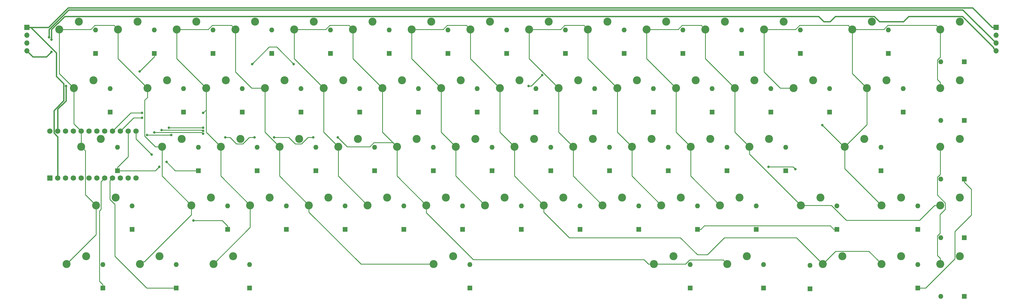
<source format=gbr>
G04 #@! TF.GenerationSoftware,KiCad,Pcbnew,(5.1.4)-1*
G04 #@! TF.CreationDate,2021-01-30T00:10:11-06:00*
G04 #@! TF.ProjectId,65MAIN,36354d41-494e-42e6-9b69-6361645f7063,rev?*
G04 #@! TF.SameCoordinates,Original*
G04 #@! TF.FileFunction,Copper,L1,Top*
G04 #@! TF.FilePolarity,Positive*
%FSLAX46Y46*%
G04 Gerber Fmt 4.6, Leading zero omitted, Abs format (unit mm)*
G04 Created by KiCad (PCBNEW (5.1.4)-1) date 2021-01-30 00:10:11*
%MOMM*%
%LPD*%
G04 APERTURE LIST*
%ADD10C,2.600000*%
%ADD11O,1.700000X1.700000*%
%ADD12R,1.700000X1.700000*%
%ADD13R,1.600000X1.600000*%
%ADD14O,1.600000X1.600000*%
%ADD15R,1.752600X1.752600*%
%ADD16C,1.752600*%
%ADD17C,0.800000*%
%ADD18C,0.254000*%
%ADD19C,0.381000*%
G04 APERTURE END LIST*
D10*
X123190000Y-132397500D03*
X129540000Y-129857500D03*
X242252500Y-113347500D03*
X248602500Y-110807500D03*
X8890000Y-94297500D03*
X15240000Y-91757500D03*
X258921250Y-56197500D03*
X265271250Y-53657500D03*
X20002500Y-110807500D03*
X13652500Y-113347500D03*
X262890000Y-91757500D03*
X256540000Y-94297500D03*
X4127500Y-132397500D03*
X10477500Y-129857500D03*
X27940000Y-132397500D03*
X34290000Y-129857500D03*
X218440000Y-132397500D03*
X224790000Y-129857500D03*
X194627500Y-132397500D03*
X200977500Y-129857500D03*
X51752500Y-132397500D03*
X58102500Y-129857500D03*
X6508750Y-75247500D03*
X12858750Y-72707500D03*
X263683750Y-75247500D03*
X270033750Y-72707500D03*
X1746250Y-56197500D03*
X8096250Y-53657500D03*
X54133750Y-94297500D03*
X60483750Y-91757500D03*
X20796250Y-56197500D03*
X27146250Y-53657500D03*
X225583750Y-94297500D03*
X231933750Y-91757500D03*
X120808750Y-113347500D03*
X127158750Y-110807500D03*
X216058750Y-113347500D03*
X222408750Y-110807500D03*
X187483750Y-94297500D03*
X193833750Y-91757500D03*
X111283750Y-94297500D03*
X117633750Y-91757500D03*
X82708750Y-113347500D03*
X89058750Y-110807500D03*
X139858750Y-113347500D03*
X146208750Y-110807500D03*
X239871250Y-75247500D03*
X246221250Y-72707500D03*
X49371250Y-75247500D03*
X55721250Y-72707500D03*
X154146250Y-56197500D03*
X160496250Y-53657500D03*
X192246250Y-56197500D03*
X198596250Y-53657500D03*
X44608750Y-113347500D03*
X50958750Y-110807500D03*
X125571250Y-75247500D03*
X131921250Y-72707500D03*
X63658750Y-113347500D03*
X70008750Y-110807500D03*
X101758750Y-113347500D03*
X108108750Y-110807500D03*
X268446250Y-113347500D03*
X274796250Y-110807500D03*
X144621250Y-75247500D03*
X150971250Y-72707500D03*
X39846250Y-56197500D03*
X46196250Y-53657500D03*
X58896250Y-56197500D03*
X65246250Y-53657500D03*
X106521250Y-75247500D03*
X112871250Y-72707500D03*
X116046250Y-56197500D03*
X122396250Y-53657500D03*
X135096250Y-56197500D03*
X141446250Y-53657500D03*
X206533750Y-94297500D03*
X212883750Y-91757500D03*
X287496250Y-132397500D03*
X293846250Y-129857500D03*
X87471250Y-75247500D03*
X93821250Y-72707500D03*
X30321250Y-75247500D03*
X36671250Y-72707500D03*
X287496250Y-94297500D03*
X293846250Y-91757500D03*
X287496250Y-113347500D03*
X293846250Y-110807500D03*
X197008750Y-113347500D03*
X203358750Y-110807500D03*
X201771250Y-75247500D03*
X208121250Y-72707500D03*
X182721250Y-75247500D03*
X189071250Y-72707500D03*
X173196250Y-56197500D03*
X179546250Y-53657500D03*
X211296250Y-56197500D03*
X217646250Y-53657500D03*
X158908750Y-113347500D03*
X165258750Y-110807500D03*
X249396250Y-132397500D03*
X255746250Y-129857500D03*
X220821250Y-75247500D03*
X227171250Y-72707500D03*
X168433750Y-94297500D03*
X174783750Y-91757500D03*
X149383750Y-94297500D03*
X155733750Y-91757500D03*
X163671250Y-75247500D03*
X170021250Y-72707500D03*
X287496250Y-75247500D03*
X293846250Y-72707500D03*
X130333750Y-94297500D03*
X136683750Y-91757500D03*
X77946250Y-56197500D03*
X84296250Y-53657500D03*
X96996250Y-56197500D03*
X103346250Y-53657500D03*
X92233750Y-94297500D03*
X98583750Y-91757500D03*
X230346250Y-56197500D03*
X236696250Y-53657500D03*
X68421250Y-75247500D03*
X74771250Y-72707500D03*
X268446250Y-132397500D03*
X274796250Y-129857500D03*
X287496250Y-56197500D03*
X293846250Y-53657500D03*
X73183750Y-94297500D03*
X79533750Y-91757500D03*
X177958750Y-113347500D03*
X184308750Y-110807500D03*
X35083750Y-94297500D03*
X41433750Y-91757500D03*
D11*
X305593750Y-63182500D03*
X305593750Y-60642500D03*
X305593750Y-58102500D03*
D12*
X305593750Y-55562500D03*
X-8731250Y-55562500D03*
D11*
X-8731250Y-58102500D03*
X-8731250Y-60642500D03*
X-8731250Y-63182500D03*
D13*
X295275000Y-123825000D03*
D14*
X287655000Y-123825000D03*
D13*
X295275000Y-104775000D03*
D14*
X287655000Y-104775000D03*
D13*
X295275000Y-142875000D03*
D14*
X287655000Y-142875000D03*
D13*
X280193750Y-140176250D03*
D14*
X280193750Y-132556250D03*
D13*
X245268750Y-140493750D03*
D14*
X245268750Y-132873750D03*
D13*
X230187500Y-140176250D03*
D14*
X230187500Y-132556250D03*
D13*
X206375000Y-140176250D03*
D14*
X206375000Y-132556250D03*
D13*
X134937500Y-140176250D03*
D14*
X134937500Y-132556250D03*
D13*
X63500000Y-140176250D03*
D14*
X63500000Y-132556250D03*
D13*
X39687500Y-140176250D03*
D14*
X39687500Y-132556250D03*
D13*
X15875000Y-140176250D03*
D14*
X15875000Y-132556250D03*
D13*
X295275000Y-85725000D03*
D14*
X287655000Y-85725000D03*
D13*
X280193750Y-121126250D03*
D14*
X280193750Y-113506250D03*
D13*
X254000000Y-121126250D03*
D14*
X254000000Y-113506250D03*
D13*
X227806250Y-121126250D03*
D14*
X227806250Y-113506250D03*
D13*
X208756250Y-121126250D03*
D14*
X208756250Y-113506250D03*
D13*
X189706250Y-121126250D03*
D14*
X189706250Y-113506250D03*
D13*
X170656250Y-121126250D03*
D14*
X170656250Y-113506250D03*
D13*
X151606250Y-121126250D03*
D14*
X151606250Y-113506250D03*
D13*
X132556250Y-121126250D03*
D14*
X132556250Y-113506250D03*
D13*
X113506250Y-121126250D03*
D14*
X113506250Y-113506250D03*
D13*
X94456250Y-121126250D03*
D14*
X94456250Y-113506250D03*
D13*
X75406250Y-121126250D03*
D14*
X75406250Y-113506250D03*
D13*
X56356250Y-121126250D03*
D14*
X56356250Y-113506250D03*
D13*
X25400000Y-121126250D03*
D14*
X25400000Y-113506250D03*
D13*
X295275000Y-66675000D03*
D14*
X287655000Y-66675000D03*
D13*
X268287500Y-102076250D03*
D14*
X268287500Y-94456250D03*
D13*
X237331250Y-102076250D03*
D14*
X237331250Y-94456250D03*
D13*
X218281250Y-102076250D03*
D14*
X218281250Y-94456250D03*
D13*
X199231250Y-102076250D03*
D14*
X199231250Y-94456250D03*
D13*
X180181250Y-102076250D03*
D14*
X180181250Y-94456250D03*
D13*
X161131250Y-102076250D03*
D14*
X161131250Y-94456250D03*
D13*
X142081250Y-102076250D03*
D14*
X142081250Y-94456250D03*
D13*
X123031250Y-102076250D03*
D14*
X123031250Y-94456250D03*
D13*
X103981250Y-102076250D03*
D14*
X103981250Y-94456250D03*
D13*
X84931250Y-102076250D03*
D14*
X84931250Y-94456250D03*
D13*
X65881250Y-102076250D03*
D14*
X65881250Y-94456250D03*
D13*
X46831250Y-102076250D03*
D14*
X46831250Y-94456250D03*
D13*
X20637500Y-102076250D03*
D14*
X20637500Y-94456250D03*
D13*
X275431250Y-83026250D03*
D14*
X275431250Y-75406250D03*
D13*
X251618750Y-83026250D03*
D14*
X251618750Y-75406250D03*
D13*
X232568750Y-83026250D03*
D14*
X232568750Y-75406250D03*
D13*
X213518750Y-83026250D03*
D14*
X213518750Y-75406250D03*
D13*
X194468750Y-83026250D03*
D14*
X194468750Y-75406250D03*
D13*
X175418750Y-83026250D03*
D14*
X175418750Y-75406250D03*
D13*
X156368750Y-83026250D03*
D14*
X156368750Y-75406250D03*
D13*
X137318750Y-83026250D03*
D14*
X137318750Y-75406250D03*
D13*
X118268750Y-83026250D03*
D14*
X118268750Y-75406250D03*
D13*
X99218750Y-83026250D03*
D14*
X99218750Y-75406250D03*
D13*
X80168750Y-83026250D03*
D14*
X80168750Y-75406250D03*
D13*
X61118750Y-83026250D03*
D14*
X61118750Y-75406250D03*
D13*
X42068750Y-83026250D03*
D14*
X42068750Y-75406250D03*
D13*
X18256250Y-83026250D03*
D14*
X18256250Y-75406250D03*
D13*
X270668750Y-63976250D03*
D14*
X270668750Y-56356250D03*
D13*
X242093750Y-63976250D03*
D14*
X242093750Y-56356250D03*
D13*
X223043750Y-63976250D03*
D14*
X223043750Y-56356250D03*
D13*
X203993750Y-63976250D03*
D14*
X203993750Y-56356250D03*
D13*
X184943750Y-63976250D03*
D14*
X184943750Y-56356250D03*
D13*
X165893750Y-63976250D03*
D14*
X165893750Y-56356250D03*
D13*
X146843750Y-63976250D03*
D14*
X146843750Y-56356250D03*
D13*
X127793750Y-63976250D03*
D14*
X127793750Y-56356250D03*
D13*
X108743750Y-63976250D03*
D14*
X108743750Y-56356250D03*
D13*
X89693750Y-63976250D03*
D14*
X89693750Y-56356250D03*
D13*
X70643750Y-63976250D03*
D14*
X70643750Y-56356250D03*
D13*
X51593750Y-63976250D03*
D14*
X51593750Y-56356250D03*
D13*
X32543750Y-63976250D03*
D14*
X32543750Y-56356250D03*
D13*
X13493750Y-63976250D03*
D14*
X13493750Y-56356250D03*
D15*
X-1270000Y-104457500D03*
D16*
X1270000Y-104457500D03*
X3810000Y-104457500D03*
X6350000Y-104457500D03*
X8890000Y-104457500D03*
X11430000Y-104457500D03*
X13970000Y-104457500D03*
X16510000Y-104457500D03*
X19050000Y-104457500D03*
X21590000Y-104457500D03*
X24130000Y-104457500D03*
X26670000Y-89217500D03*
X24130000Y-89217500D03*
X21590000Y-89217500D03*
X19050000Y-89217500D03*
X16510000Y-89217500D03*
X13970000Y-89217500D03*
X11430000Y-89217500D03*
X8890000Y-89217500D03*
X6350000Y-89217500D03*
X3810000Y-89217500D03*
X1270000Y-89217500D03*
X26670000Y-104457500D03*
X-1270000Y-89217500D03*
D17*
X28575000Y-84931250D03*
X48418750Y-83343750D03*
X92075000Y-91281250D03*
X84137500Y-91281250D03*
X71437500Y-91281250D03*
X65087500Y-91281250D03*
X55562500Y-91281250D03*
X38100000Y-90487500D03*
X30162500Y-90487500D03*
X37306250Y-88106250D03*
X48418750Y-88106250D03*
X249237500Y-87312500D03*
X34925000Y-88900000D03*
X48418750Y-89106253D03*
X32543750Y-89693750D03*
X48418750Y-90106256D03*
X3968750Y-74612500D03*
X-1587500Y-58737500D03*
X-793750Y-59531250D03*
X-793750Y-63500000D03*
X45243750Y-118268750D03*
X36512500Y-99218750D03*
X31750000Y-96837500D03*
X34131250Y-100806250D03*
X240506250Y-101600000D03*
X231775000Y-100806250D03*
X28575000Y-83343750D03*
X27781250Y-69850000D03*
X153987500Y-74612500D03*
X158394683Y-70999067D03*
X64293750Y-67468750D03*
X77787500Y-67468750D03*
D18*
X20796250Y-65722500D02*
X30321250Y-75247500D01*
X20796250Y-56197500D02*
X20796250Y-65722500D01*
X35083750Y-103822500D02*
X44608750Y-113347500D01*
X35083750Y-94297500D02*
X35083750Y-103822500D01*
X1746250Y-70485000D02*
X6508750Y-75247500D01*
X1746250Y-56197500D02*
X1746250Y-70485000D01*
X19496251Y-54897501D02*
X20796250Y-56197500D01*
X13284537Y-54897501D02*
X19496251Y-54897501D01*
X1746250Y-56197500D02*
X11984538Y-56197500D01*
X11984538Y-56197500D02*
X13284537Y-54897501D01*
X13652500Y-122872500D02*
X13652500Y-113347500D01*
X4127500Y-132397500D02*
X13652500Y-122872500D01*
X44608750Y-116396462D02*
X29368750Y-131636462D01*
X44608750Y-113347500D02*
X44608750Y-116396462D01*
X28701038Y-131636462D02*
X27940000Y-132397500D01*
X29368750Y-131636462D02*
X28701038Y-131636462D01*
X10189999Y-95597499D02*
X8890000Y-94297500D01*
X10226699Y-95634199D02*
X10189999Y-95597499D01*
X10226699Y-109921699D02*
X10226699Y-95634199D01*
X13652500Y-113347500D02*
X10226699Y-109921699D01*
X8890000Y-92459023D02*
X8890000Y-89217500D01*
X8890000Y-94297500D02*
X8890000Y-92459023D01*
X6508750Y-86836250D02*
X6508750Y-75247500D01*
X8890000Y-89217500D02*
X6508750Y-86836250D01*
X30321250Y-77085977D02*
X30321250Y-75247500D01*
X30321250Y-78296462D02*
X30321250Y-77085977D01*
X29435499Y-79182213D02*
X30321250Y-78296462D01*
X29435499Y-90836461D02*
X29435499Y-79182213D01*
X32896538Y-94297500D02*
X29435499Y-90836461D01*
X35083750Y-94297500D02*
X32896538Y-94297500D01*
X73183750Y-94297500D02*
X73183750Y-103822500D01*
X68421250Y-75247500D02*
X68421250Y-89535000D01*
X68421250Y-89535000D02*
X73183750Y-94297500D01*
X73183750Y-103822500D02*
X82708750Y-113347500D01*
X54133750Y-94297500D02*
X54133750Y-103822500D01*
X49371250Y-75247500D02*
X49371250Y-89535000D01*
X49371250Y-89535000D02*
X54133750Y-94297500D01*
X54133750Y-103822500D02*
X63658750Y-113347500D01*
X57596251Y-54897501D02*
X58896250Y-56197500D01*
X51384537Y-54897501D02*
X57596251Y-54897501D01*
X39846250Y-56197500D02*
X50084538Y-56197500D01*
X50084538Y-56197500D02*
X51384537Y-54897501D01*
X82708750Y-115185977D02*
X82708750Y-113347500D01*
X82708750Y-115521462D02*
X82708750Y-115185977D01*
X99584788Y-132397500D02*
X82708750Y-115521462D01*
X123190000Y-132397500D02*
X99584788Y-132397500D01*
X63658750Y-120491250D02*
X63658750Y-113347500D01*
X51752500Y-132397500D02*
X63658750Y-120491250D01*
X21590000Y-89217500D02*
X25876250Y-84931250D01*
X25876250Y-84931250D02*
X28575000Y-84931250D01*
X49371250Y-82391250D02*
X49371250Y-75247500D01*
X48418750Y-83343750D02*
X49371250Y-82391250D01*
X39846250Y-56197500D02*
X39846250Y-65722500D01*
X39846250Y-65722500D02*
X49371250Y-75247500D01*
X64135000Y-75247500D02*
X68421250Y-75247500D01*
X58896250Y-56197500D02*
X58896250Y-70008750D01*
X58896250Y-70008750D02*
X64135000Y-75247500D01*
X111283750Y-94297500D02*
X111283750Y-103822500D01*
X106521250Y-75247500D02*
X106521250Y-89535000D01*
X106521250Y-89535000D02*
X111283750Y-94297500D01*
X111283750Y-103822500D02*
X120808750Y-113347500D01*
X96996250Y-65722500D02*
X106521250Y-75247500D01*
X96996250Y-56197500D02*
X96996250Y-65722500D01*
X92233750Y-94297500D02*
X92233750Y-103822500D01*
X87471250Y-75247500D02*
X87471250Y-89535000D01*
X87471250Y-89535000D02*
X92233750Y-94297500D01*
X92233750Y-103822500D02*
X101758750Y-113347500D01*
X77946250Y-65722500D02*
X87471250Y-75247500D01*
X77946250Y-56197500D02*
X77946250Y-65722500D01*
X95696251Y-54897501D02*
X96996250Y-56197500D01*
X89484537Y-54897501D02*
X95696251Y-54897501D01*
X77946250Y-56197500D02*
X88184538Y-56197500D01*
X88184538Y-56197500D02*
X89484537Y-54897501D01*
X95091250Y-94297500D02*
X92075000Y-91281250D01*
X102472038Y-94297500D02*
X95091250Y-94297500D01*
X103772037Y-92997501D02*
X102472038Y-94297500D01*
X111283750Y-94297500D02*
X109983751Y-92997501D01*
X109983751Y-92997501D02*
X103772037Y-92997501D01*
X80314711Y-93384501D02*
X78303251Y-93384501D01*
X84137500Y-91281250D02*
X82417962Y-91281250D01*
X82417962Y-91281250D02*
X80314711Y-93384501D01*
X78303251Y-93384501D02*
X76200000Y-91281250D01*
X76200000Y-91281250D02*
X71437500Y-91281250D01*
X61264711Y-93384501D02*
X59253251Y-93384501D01*
X65087500Y-91281250D02*
X63367962Y-91281250D01*
X63367962Y-91281250D02*
X61264711Y-93384501D01*
X59253251Y-93384501D02*
X57150000Y-91281250D01*
X57150000Y-91281250D02*
X55562500Y-91281250D01*
X38100000Y-90487500D02*
X30162500Y-90487500D01*
X217140001Y-131097501D02*
X218440000Y-132397500D01*
X206165787Y-131097501D02*
X217140001Y-131097501D01*
X194627500Y-132397500D02*
X204865788Y-132397500D01*
X204865788Y-132397500D02*
X206165787Y-131097501D01*
X192789023Y-132397500D02*
X194627500Y-132397500D01*
X191360273Y-130968750D02*
X192789023Y-132397500D01*
X136048750Y-130968750D02*
X191360273Y-130968750D01*
X120808750Y-113347500D02*
X120808750Y-115728750D01*
X120808750Y-115728750D02*
X136048750Y-130968750D01*
X220821250Y-75247500D02*
X220821250Y-89535000D01*
X220821250Y-89535000D02*
X225583750Y-94297500D01*
X211296250Y-65722500D02*
X220821250Y-75247500D01*
X211296250Y-56197500D02*
X211296250Y-65722500D01*
X206533750Y-94297500D02*
X206533750Y-103822500D01*
X201771250Y-75247500D02*
X201771250Y-89535000D01*
X201771250Y-89535000D02*
X206533750Y-94297500D01*
X206533750Y-103822500D02*
X216058750Y-113347500D01*
X192246250Y-65722500D02*
X201771250Y-75247500D01*
X192246250Y-56197500D02*
X192246250Y-65722500D01*
X225583750Y-96678750D02*
X242252500Y-113347500D01*
X225583750Y-94297500D02*
X225583750Y-96678750D01*
X209996251Y-54897501D02*
X211296250Y-56197500D01*
X203784537Y-54897501D02*
X209996251Y-54897501D01*
X192246250Y-56197500D02*
X202484538Y-56197500D01*
X202484538Y-56197500D02*
X203784537Y-54897501D01*
X37306250Y-88106250D02*
X48418750Y-88106250D01*
X285657773Y-113347500D02*
X287496250Y-113347500D01*
X280790772Y-118214501D02*
X285657773Y-113347500D01*
X257040289Y-118214501D02*
X280790772Y-118214501D01*
X252173288Y-113347500D02*
X257040289Y-118214501D01*
X242252500Y-113347500D02*
X252173288Y-113347500D01*
X287496250Y-73409023D02*
X287496250Y-75247500D01*
X286527999Y-72440772D02*
X287496250Y-73409023D01*
X286527999Y-66134039D02*
X286527999Y-72440772D01*
X287496250Y-65165788D02*
X286527999Y-66134039D01*
X287496250Y-56197500D02*
X287496250Y-65165788D01*
X263683750Y-87153750D02*
X256540000Y-94297500D01*
X263683750Y-75247500D02*
X263683750Y-87153750D01*
X258921250Y-70485000D02*
X263683750Y-75247500D01*
X258921250Y-56197500D02*
X258921250Y-70485000D01*
X256540000Y-101441250D02*
X268446250Y-113347500D01*
X256540000Y-94297500D02*
X256540000Y-101441250D01*
X257621251Y-54897501D02*
X258921250Y-56197500D01*
X241884537Y-54897501D02*
X257621251Y-54897501D01*
X230346250Y-56197500D02*
X240584538Y-56197500D01*
X240584538Y-56197500D02*
X241884537Y-54897501D01*
X286196251Y-54897501D02*
X287496250Y-56197500D01*
X270459537Y-54897501D02*
X286196251Y-54897501D01*
X258921250Y-56197500D02*
X269159538Y-56197500D01*
X269159538Y-56197500D02*
X270459537Y-54897501D01*
X256222500Y-94297500D02*
X256540000Y-94297500D01*
X249237500Y-87312500D02*
X256222500Y-94297500D01*
X235585000Y-75247500D02*
X239871250Y-75247500D01*
X230346250Y-56197500D02*
X230346250Y-70008750D01*
X230346250Y-70008750D02*
X235585000Y-75247500D01*
X187483750Y-94297500D02*
X187483750Y-103822500D01*
X182721250Y-75247500D02*
X182721250Y-89535000D01*
X182721250Y-89535000D02*
X187483750Y-94297500D01*
X187483750Y-103822500D02*
X197008750Y-113347500D01*
X173196250Y-65722500D02*
X182721250Y-75247500D01*
X173196250Y-56197500D02*
X173196250Y-65722500D01*
X168433750Y-94297500D02*
X168433750Y-103822500D01*
X163671250Y-75247500D02*
X163671250Y-89535000D01*
X163671250Y-89535000D02*
X168433750Y-94297500D01*
X168433750Y-103822500D02*
X177958750Y-113347500D01*
X154146250Y-65722500D02*
X163671250Y-75247500D01*
X154146250Y-56197500D02*
X154146250Y-65722500D01*
X171896251Y-54897501D02*
X173196250Y-56197500D01*
X165684537Y-54897501D02*
X171896251Y-54897501D01*
X154146250Y-56197500D02*
X164384538Y-56197500D01*
X164384538Y-56197500D02*
X165684537Y-54897501D01*
X34925000Y-88900000D02*
X48212497Y-88900000D01*
X48212497Y-88900000D02*
X48418750Y-89106253D01*
X287496250Y-130559023D02*
X287496250Y-132397500D01*
X286527999Y-123284039D02*
X286527999Y-129590772D01*
X287428251Y-122383787D02*
X286527999Y-123284039D01*
X287428251Y-116321537D02*
X287428251Y-122383787D01*
X289123251Y-114626537D02*
X287428251Y-116321537D01*
X289123251Y-112566539D02*
X289123251Y-114626537D01*
X286527999Y-129590772D02*
X287496250Y-130559023D01*
X286527999Y-104234039D02*
X286527999Y-109971287D01*
X287496250Y-103265788D02*
X286527999Y-104234039D01*
X286527999Y-109971287D02*
X289123251Y-112566539D01*
X287496250Y-94297500D02*
X287496250Y-103265788D01*
X149383750Y-94297500D02*
X149383750Y-103822500D01*
X144621250Y-75247500D02*
X144621250Y-89535000D01*
X144621250Y-89535000D02*
X149383750Y-94297500D01*
X149383750Y-103822500D02*
X158908750Y-113347500D01*
X135096250Y-65722500D02*
X144621250Y-75247500D01*
X135096250Y-56197500D02*
X135096250Y-65722500D01*
X130333750Y-94297500D02*
X130333750Y-103822500D01*
X125571250Y-75247500D02*
X125571250Y-89535000D01*
X125571250Y-89535000D02*
X130333750Y-94297500D01*
X130333750Y-103822500D02*
X139858750Y-113347500D01*
X116046250Y-65722500D02*
X125571250Y-75247500D01*
X116046250Y-56197500D02*
X116046250Y-65722500D01*
X127584537Y-54897501D02*
X133796251Y-54897501D01*
X133796251Y-54897501D02*
X135096250Y-56197500D01*
X126284538Y-56197500D02*
X127584537Y-54897501D01*
X116046250Y-56197500D02*
X126284538Y-56197500D01*
X267146251Y-131097501D02*
X268446250Y-132397500D01*
X264279249Y-128230499D02*
X267146251Y-131097501D01*
X253563251Y-128230499D02*
X264279249Y-128230499D01*
X249396250Y-132397500D02*
X253563251Y-128230499D01*
X48342791Y-90106256D02*
X48418750Y-90106256D01*
X47930285Y-89693750D02*
X48342791Y-90106256D01*
X32543750Y-89693750D02*
X47930285Y-89693750D01*
X240823750Y-123825000D02*
X249396250Y-132397500D01*
X158908750Y-113347500D02*
X158908750Y-115521462D01*
X158908750Y-115521462D02*
X167212288Y-123825000D01*
X167212288Y-123825000D02*
X203200000Y-123825000D01*
X203200000Y-123825000D02*
X208756250Y-129381250D01*
X208756250Y-129381250D02*
X211931250Y-129381250D01*
X217487500Y-123825000D02*
X240823750Y-123825000D01*
X211931250Y-129381250D02*
X217487500Y-123825000D01*
D19*
X-7500250Y-55562500D02*
X-8731250Y-55562500D01*
X793750Y-63856500D02*
X-7500250Y-55562500D01*
X793750Y-71437500D02*
X793750Y-63856500D01*
X1270000Y-104457500D02*
X1270000Y-91092366D01*
X1270000Y-91092366D02*
X3199Y-89825565D01*
X3199Y-89825565D02*
X3199Y-82518879D01*
X3199Y-82518879D02*
X3175000Y-79347078D01*
X3175000Y-79347078D02*
X3175000Y-73818750D01*
X3175000Y-73818750D02*
X793750Y-71437500D01*
X304362750Y-55562500D02*
X305593750Y-55562500D01*
X298012750Y-49212500D02*
X304362750Y-55562500D01*
X4585964Y-49212500D02*
X298012750Y-49212500D01*
X-1764036Y-55562500D02*
X4585964Y-49212500D01*
X-8731250Y-55562500D02*
X-1764036Y-55562500D01*
X1270000Y-89217500D02*
X1270000Y-82073750D01*
X1270000Y-82073750D02*
X3968750Y-79375000D01*
X3968750Y-79375000D02*
X3968750Y-74612500D01*
X294789249Y-49837999D02*
X273218251Y-49837999D01*
X305593750Y-60642500D02*
X294789249Y-49837999D01*
X-1587500Y-56207636D02*
X-1587500Y-58737500D01*
X273218251Y-49837999D02*
X4782137Y-49837999D01*
X4782137Y-49837999D02*
X-1587500Y-56207636D01*
X266082691Y-51966999D02*
X253443963Y-51966999D01*
X253443963Y-51966999D02*
X251743961Y-53667001D01*
X305593750Y-63182500D02*
X304743751Y-62332501D01*
X251743961Y-53667001D02*
X249723251Y-53667001D01*
X304743751Y-62053059D02*
X294657691Y-51966999D01*
X304743751Y-62332501D02*
X304743751Y-62053059D01*
X294657691Y-51966999D02*
X277256463Y-51966999D01*
X277256463Y-51966999D02*
X275556461Y-53667001D01*
X267782693Y-53667001D02*
X266082691Y-51966999D01*
X275556461Y-53667001D02*
X267782693Y-53667001D01*
X3474809Y-51966999D02*
X-793750Y-56235558D01*
X249723251Y-53667001D02*
X248023249Y-51966999D01*
X248023249Y-51966999D02*
X3474809Y-51966999D01*
X-793750Y-56235558D02*
X-793750Y-59531250D01*
X-6826250Y-65087500D02*
X-8731250Y-63182500D01*
X-793750Y-63500000D02*
X-2381250Y-65087500D01*
X-2381250Y-65087500D02*
X-6826250Y-65087500D01*
D18*
X15875000Y-139122250D02*
X15875000Y-140176250D01*
X14747999Y-137995249D02*
X15875000Y-139122250D01*
X14747999Y-115167067D02*
X14747999Y-137995249D01*
X15279501Y-114635565D02*
X14747999Y-115167067D01*
X15279501Y-105687999D02*
X15279501Y-114635565D01*
X16510000Y-104457500D02*
X15279501Y-105687999D01*
X18173701Y-105333799D02*
X19050000Y-104457500D01*
X18173701Y-111386663D02*
X18173701Y-105333799D01*
X19783401Y-112996363D02*
X18173701Y-111386663D01*
X19783401Y-129829863D02*
X19783401Y-112996363D01*
X30129788Y-140176250D02*
X19783401Y-129829863D01*
X39687500Y-140176250D02*
X30129788Y-140176250D01*
X295275000Y-105829000D02*
X295275000Y-104775000D01*
X297588251Y-108142251D02*
X295275000Y-105829000D01*
X292219249Y-130723463D02*
X292219249Y-121833463D01*
X297588251Y-116464461D02*
X297588251Y-108142251D01*
X292219249Y-121833463D02*
X297588251Y-116464461D01*
X282766462Y-140176250D02*
X292219249Y-130723463D01*
X280193750Y-140176250D02*
X282766462Y-140176250D01*
X56356250Y-120072250D02*
X56356250Y-121126250D01*
X54552750Y-118268750D02*
X56356250Y-120072250D01*
X45243750Y-118268750D02*
X54552750Y-118268750D01*
X252946000Y-121126250D02*
X254000000Y-121126250D01*
X251818999Y-119999249D02*
X252946000Y-121126250D01*
X210937251Y-119999249D02*
X251818999Y-119999249D01*
X209810250Y-121126250D02*
X210937251Y-119999249D01*
X208756250Y-121126250D02*
X209810250Y-121126250D01*
X46831250Y-102076250D02*
X39370000Y-102076250D01*
X39370000Y-102076250D02*
X36512500Y-99218750D01*
X26670000Y-91757500D02*
X26670000Y-89217500D01*
X31750000Y-96837500D02*
X26670000Y-91757500D01*
X24130000Y-90456775D02*
X24130000Y-89217500D01*
X24130000Y-97529750D02*
X24130000Y-90456775D01*
X20637500Y-101022250D02*
X24130000Y-97529750D01*
X20637500Y-102076250D02*
X20637500Y-101022250D01*
X20637500Y-102076250D02*
X32861250Y-102076250D01*
X32861250Y-102076250D02*
X34131250Y-100806250D01*
X240506250Y-101600000D02*
X239712500Y-100806250D01*
X239712500Y-100806250D02*
X231775000Y-100806250D01*
X19050000Y-89217500D02*
X24923750Y-83343750D01*
X24923750Y-83343750D02*
X28575000Y-83343750D01*
X32543750Y-63976250D02*
X32543750Y-65087500D01*
X32543750Y-65087500D02*
X27781250Y-69850000D01*
X153987500Y-74612500D02*
X154781250Y-74612500D01*
X154781250Y-74612500D02*
X158394683Y-70999067D01*
X64293750Y-67468750D02*
X69850000Y-61912500D01*
X73167999Y-62849249D02*
X77787500Y-67468750D01*
X69850000Y-61912500D02*
X72231250Y-61912500D01*
X72231250Y-61912500D02*
X73167999Y-62849249D01*
M02*

</source>
